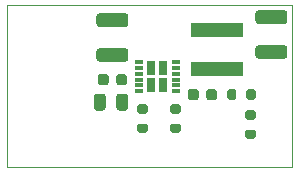
<source format=gbr>
%TF.GenerationSoftware,KiCad,Pcbnew,(5.1.9)-1*%
%TF.CreationDate,2021-04-24T14:12:49+02:00*%
%TF.ProjectId,PS-DC-3V3-2A,50532d44-432d-4335-9633-2d32412e6b69,V1.0*%
%TF.SameCoordinates,Original*%
%TF.FileFunction,Paste,Top*%
%TF.FilePolarity,Positive*%
%FSLAX46Y46*%
G04 Gerber Fmt 4.6, Leading zero omitted, Abs format (unit mm)*
G04 Created by KiCad (PCBNEW (5.1.9)-1) date 2021-04-24 14:12:49*
%MOMM*%
%LPD*%
G01*
G04 APERTURE LIST*
%TA.AperFunction,Profile*%
%ADD10C,0.050000*%
%TD*%
%ADD11R,4.400000X1.180000*%
%ADD12R,0.800000X1.200000*%
%ADD13R,0.650000X0.300000*%
G04 APERTURE END LIST*
D10*
X135890000Y-93980000D02*
X160020000Y-93980000D01*
X135890000Y-107696000D02*
X135890000Y-93980000D01*
X160020000Y-107696000D02*
X135890000Y-107696000D01*
X160020000Y-93980000D02*
X160020000Y-107696000D01*
D11*
%TO.C,L1*%
X153670000Y-99445000D03*
X153670000Y-96135000D03*
%TD*%
%TO.C,R4*%
G36*
G01*
X156739000Y-103715000D02*
X156189000Y-103715000D01*
G75*
G02*
X155989000Y-103515000I0J200000D01*
G01*
X155989000Y-103115000D01*
G75*
G02*
X156189000Y-102915000I200000J0D01*
G01*
X156739000Y-102915000D01*
G75*
G02*
X156939000Y-103115000I0J-200000D01*
G01*
X156939000Y-103515000D01*
G75*
G02*
X156739000Y-103715000I-200000J0D01*
G01*
G37*
G36*
G01*
X156739000Y-105365000D02*
X156189000Y-105365000D01*
G75*
G02*
X155989000Y-105165000I0J200000D01*
G01*
X155989000Y-104765000D01*
G75*
G02*
X156189000Y-104565000I200000J0D01*
G01*
X156739000Y-104565000D01*
G75*
G02*
X156939000Y-104765000I0J-200000D01*
G01*
X156939000Y-105165000D01*
G75*
G02*
X156739000Y-105365000I-200000J0D01*
G01*
G37*
%TD*%
%TO.C,C5*%
G36*
G01*
X143679999Y-97674000D02*
X145880001Y-97674000D01*
G75*
G02*
X146130000Y-97923999I0J-249999D01*
G01*
X146130000Y-98574001D01*
G75*
G02*
X145880001Y-98824000I-249999J0D01*
G01*
X143679999Y-98824000D01*
G75*
G02*
X143430000Y-98574001I0J249999D01*
G01*
X143430000Y-97923999D01*
G75*
G02*
X143679999Y-97674000I249999J0D01*
G01*
G37*
G36*
G01*
X143679999Y-94724000D02*
X145880001Y-94724000D01*
G75*
G02*
X146130000Y-94973999I0J-249999D01*
G01*
X146130000Y-95624001D01*
G75*
G02*
X145880001Y-95874000I-249999J0D01*
G01*
X143679999Y-95874000D01*
G75*
G02*
X143430000Y-95624001I0J249999D01*
G01*
X143430000Y-94973999D01*
G75*
G02*
X143679999Y-94724000I249999J0D01*
G01*
G37*
%TD*%
%TO.C,C1*%
G36*
G01*
X144455000Y-100080000D02*
X144455000Y-100580000D01*
G75*
G02*
X144230000Y-100805000I-225000J0D01*
G01*
X143780000Y-100805000D01*
G75*
G02*
X143555000Y-100580000I0J225000D01*
G01*
X143555000Y-100080000D01*
G75*
G02*
X143780000Y-99855000I225000J0D01*
G01*
X144230000Y-99855000D01*
G75*
G02*
X144455000Y-100080000I0J-225000D01*
G01*
G37*
G36*
G01*
X146005000Y-100080000D02*
X146005000Y-100580000D01*
G75*
G02*
X145780000Y-100805000I-225000J0D01*
G01*
X145330000Y-100805000D01*
G75*
G02*
X145105000Y-100580000I0J225000D01*
G01*
X145105000Y-100080000D01*
G75*
G02*
X145330000Y-99855000I225000J0D01*
G01*
X145780000Y-99855000D01*
G75*
G02*
X146005000Y-100080000I0J-225000D01*
G01*
G37*
%TD*%
D12*
%TO.C,U1*%
X148077500Y-99361000D03*
X149102500Y-99361000D03*
X149102500Y-100791000D03*
D13*
X150140000Y-101326000D03*
X147040000Y-101326000D03*
D12*
X148077500Y-100791000D03*
D13*
X150140000Y-98826000D03*
X150140000Y-99326000D03*
X150140000Y-99826000D03*
X150140000Y-100326000D03*
X150140000Y-100826000D03*
X147040000Y-100826000D03*
X147040000Y-100326000D03*
X147040000Y-99826000D03*
X147040000Y-99326000D03*
X147040000Y-98826000D03*
%TD*%
%TO.C,R3*%
G36*
G01*
X149839000Y-104057000D02*
X150389000Y-104057000D01*
G75*
G02*
X150589000Y-104257000I0J-200000D01*
G01*
X150589000Y-104657000D01*
G75*
G02*
X150389000Y-104857000I-200000J0D01*
G01*
X149839000Y-104857000D01*
G75*
G02*
X149639000Y-104657000I0J200000D01*
G01*
X149639000Y-104257000D01*
G75*
G02*
X149839000Y-104057000I200000J0D01*
G01*
G37*
G36*
G01*
X149839000Y-102407000D02*
X150389000Y-102407000D01*
G75*
G02*
X150589000Y-102607000I0J-200000D01*
G01*
X150589000Y-103007000D01*
G75*
G02*
X150389000Y-103207000I-200000J0D01*
G01*
X149839000Y-103207000D01*
G75*
G02*
X149639000Y-103007000I0J200000D01*
G01*
X149639000Y-102607000D01*
G75*
G02*
X149839000Y-102407000I200000J0D01*
G01*
G37*
%TD*%
%TO.C,R2*%
G36*
G01*
X155277000Y-101325000D02*
X155277000Y-101875000D01*
G75*
G02*
X155077000Y-102075000I-200000J0D01*
G01*
X154677000Y-102075000D01*
G75*
G02*
X154477000Y-101875000I0J200000D01*
G01*
X154477000Y-101325000D01*
G75*
G02*
X154677000Y-101125000I200000J0D01*
G01*
X155077000Y-101125000D01*
G75*
G02*
X155277000Y-101325000I0J-200000D01*
G01*
G37*
G36*
G01*
X156927000Y-101325000D02*
X156927000Y-101875000D01*
G75*
G02*
X156727000Y-102075000I-200000J0D01*
G01*
X156327000Y-102075000D01*
G75*
G02*
X156127000Y-101875000I0J200000D01*
G01*
X156127000Y-101325000D01*
G75*
G02*
X156327000Y-101125000I200000J0D01*
G01*
X156727000Y-101125000D01*
G75*
G02*
X156927000Y-101325000I0J-200000D01*
G01*
G37*
%TD*%
%TO.C,R1*%
G36*
G01*
X147045000Y-104057000D02*
X147595000Y-104057000D01*
G75*
G02*
X147795000Y-104257000I0J-200000D01*
G01*
X147795000Y-104657000D01*
G75*
G02*
X147595000Y-104857000I-200000J0D01*
G01*
X147045000Y-104857000D01*
G75*
G02*
X146845000Y-104657000I0J200000D01*
G01*
X146845000Y-104257000D01*
G75*
G02*
X147045000Y-104057000I200000J0D01*
G01*
G37*
G36*
G01*
X147045000Y-102407000D02*
X147595000Y-102407000D01*
G75*
G02*
X147795000Y-102607000I0J-200000D01*
G01*
X147795000Y-103007000D01*
G75*
G02*
X147595000Y-103207000I-200000J0D01*
G01*
X147045000Y-103207000D01*
G75*
G02*
X146845000Y-103007000I0J200000D01*
G01*
X146845000Y-102607000D01*
G75*
G02*
X147045000Y-102407000I200000J0D01*
G01*
G37*
%TD*%
%TO.C,C4*%
G36*
G01*
X159342001Y-95620000D02*
X157141999Y-95620000D01*
G75*
G02*
X156892000Y-95370001I0J249999D01*
G01*
X156892000Y-94719999D01*
G75*
G02*
X157141999Y-94470000I249999J0D01*
G01*
X159342001Y-94470000D01*
G75*
G02*
X159592000Y-94719999I0J-249999D01*
G01*
X159592000Y-95370001D01*
G75*
G02*
X159342001Y-95620000I-249999J0D01*
G01*
G37*
G36*
G01*
X159342001Y-98570000D02*
X157141999Y-98570000D01*
G75*
G02*
X156892000Y-98320001I0J249999D01*
G01*
X156892000Y-97669999D01*
G75*
G02*
X157141999Y-97420000I249999J0D01*
G01*
X159342001Y-97420000D01*
G75*
G02*
X159592000Y-97669999I0J-249999D01*
G01*
X159592000Y-98320001D01*
G75*
G02*
X159342001Y-98570000I-249999J0D01*
G01*
G37*
%TD*%
%TO.C,C3*%
G36*
G01*
X152725000Y-101850000D02*
X152725000Y-101350000D01*
G75*
G02*
X152950000Y-101125000I225000J0D01*
G01*
X153400000Y-101125000D01*
G75*
G02*
X153625000Y-101350000I0J-225000D01*
G01*
X153625000Y-101850000D01*
G75*
G02*
X153400000Y-102075000I-225000J0D01*
G01*
X152950000Y-102075000D01*
G75*
G02*
X152725000Y-101850000I0J225000D01*
G01*
G37*
G36*
G01*
X151175000Y-101850000D02*
X151175000Y-101350000D01*
G75*
G02*
X151400000Y-101125000I225000J0D01*
G01*
X151850000Y-101125000D01*
G75*
G02*
X152075000Y-101350000I0J-225000D01*
G01*
X152075000Y-101850000D01*
G75*
G02*
X151850000Y-102075000I-225000J0D01*
G01*
X151400000Y-102075000D01*
G75*
G02*
X151175000Y-101850000I0J225000D01*
G01*
G37*
%TD*%
%TO.C,C2*%
G36*
G01*
X144203000Y-101760000D02*
X144203000Y-102710000D01*
G75*
G02*
X143953000Y-102960000I-250000J0D01*
G01*
X143453000Y-102960000D01*
G75*
G02*
X143203000Y-102710000I0J250000D01*
G01*
X143203000Y-101760000D01*
G75*
G02*
X143453000Y-101510000I250000J0D01*
G01*
X143953000Y-101510000D01*
G75*
G02*
X144203000Y-101760000I0J-250000D01*
G01*
G37*
G36*
G01*
X146103000Y-101760000D02*
X146103000Y-102710000D01*
G75*
G02*
X145853000Y-102960000I-250000J0D01*
G01*
X145353000Y-102960000D01*
G75*
G02*
X145103000Y-102710000I0J250000D01*
G01*
X145103000Y-101760000D01*
G75*
G02*
X145353000Y-101510000I250000J0D01*
G01*
X145853000Y-101510000D01*
G75*
G02*
X146103000Y-101760000I0J-250000D01*
G01*
G37*
%TD*%
M02*

</source>
